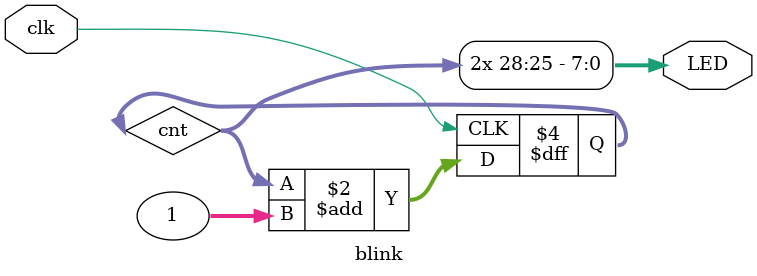
<source format=v>
	module blink (
	input wire clk, // 50MHz input clock
	output wire [7:0] LED // array of 8 LEDs
	);

// create a binary counter
	reg [31:0] cnt; // 32-bit counter

initial begin

cnt <= 32'h00000000; // start at zero

end

always @(posedge clk) begin

cnt <= cnt + 1; // count up

end

//assign LEDs to different bits of the counter to blink the LED at interesting paterns

assign LED[3:0] = cnt[28:25];
assign LED[7:4] = cnt[25:28];

endmodule
</source>
